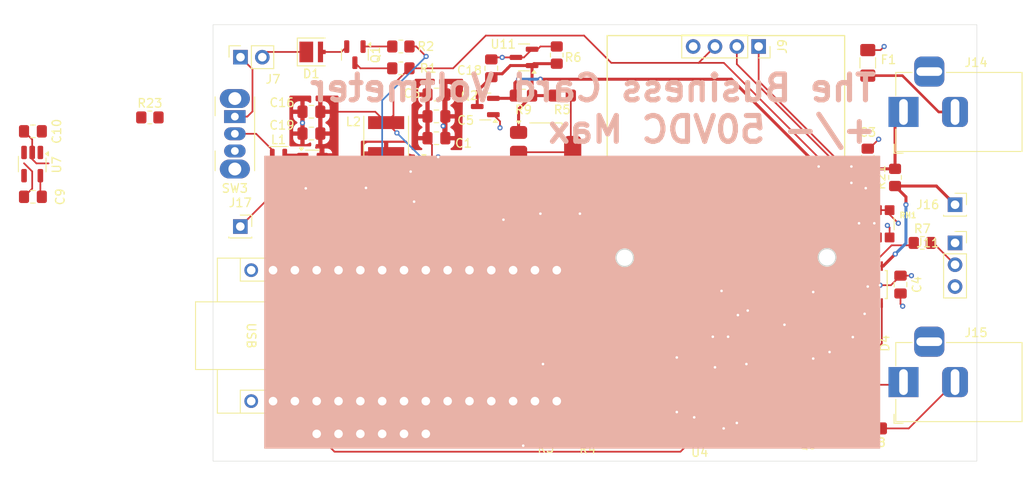
<source format=kicad_pcb>
(kicad_pcb (version 20241229) (generator "pcbnew") (generator_version "9.0")
  (layers (0 "F.Cu" signal) (4 "In1.Cu" signal) (6 "In2.Cu" signal) (2 "B.Cu" signal) (13 "F.Paste" user) (15 "B.Paste" user) (5 "F.SilkS" user "F.Silkscreen") (7 "B.SilkS" user "B.Silkscreen") (1 "F.Mask" user) (3 "B.Mask" user) (25 "Edge.Cuts" user))
  (net 0 "")
  (net 1 "GND")
  (net 2 "Resistor_Input")
  (net 3 "VDD")
  (net 4 "Net-(U7-C1+)")
  (net 5 "Net-(U7-C1-)")
  (net 6 "+9V")
  (net 7 "XIAO Batt Pin")
  (net 8 "/V Ref to ADS-0")
  (net 9 "/R Circuit I Output")
  (net 10 "Net-(D1-A)")
  (net 11 "/ADC-1")
  (net 12 "Net-(F1-Pad1)")
  (net 13 "D7")
  (net 14 "XIAO 5V")
  (net 15 "+3V3")
  (net 16 "D10~")
  (net 17 "D5~ (IR)")
  (net 18 "D9~")
  (net 19 "CS")
  (net 20 "MOSI")
  (net 21 "CLK")
  (net 22 "MISO")
  (net 23 "A0{slash}D14")
  (net 24 "SCL")
  (net 25 "A1{slash}D15")
  (net 26 "D3~")
  (net 27 "SDA")
  (net 28 "D6~")
  (net 29 "A2{slash}D16")
  (net 30 "+BATT")
  (net 31 "SDA-5V")
  (net 32 "SCL-5V")
  (net 33 "Net-(J11-Pin_2)")
  (net 34 "V_Input_REF")
  (net 35 "V_Input_Float")
  (net 36 "/R into ADS")
  (net 37 "ADS_ADDR")
  (net 38 "Net-(U9-SW)")
  (net 39 "Net-(Q1-B)")
  (net 40 "Net-(Q1-C)")
  (net 41 "Net-(Q2-G)")
  (net 42 "/Driver_U4_Out_A")
  (net 43 "A3{slash}D17")
  (net 44 "+VSW")
  (net 45 "Net-(U1-VO)")
  (net 46 "I_Input")
  (net 47 "/Uno5vPin")
  (net 49 "ADS_ALERT")
  (net 51 "/Driver_U2_Out_B")
  (net 54 "/Driver_U4_In_B")
  (net 57 "/Driver_U4_Out_B")
  (net 70 "Net-(Q8-S)")
  (net 71 "Net-(U5-EN)")
  (net 72 "Net-(U5-SW)")
  (net 73 "Net-(U5-FB)")
  (footprint "Connector_BarrelJack:BarrelJack_Horizontal" (layer "F.Cu") (at 207.36 86.36 180)
    (property "Reference" "J14")
    (property "Value" "Barrel_Jack")
  )
  (footprint "Connector_PinSocket_2.54mm:PinSocket_1x03_P2.54mm_Vertical" (layer "F.Cu") (at 213.36 101.6)
    (property "Reference" "J11")
    (property "Value" "I_Input")
  )
  (footprint "Resistor_SMD:R_0805_2012Metric_Pad1.20x1.40mm_HandSolder" (layer "F.Cu") (at 202.835 118.11 180)
    (property "Reference" "R17")
    (property "Value" "499.0K")
  )
  (footprint "Package_SO:SOIC-8_3.9x4.9mm_P1.27mm" (layer "F.Cu") (at 165.354 98.806 180)
    (property "Reference" "U2")
    (property "Value" "IX4426N")
  )
  (footprint "Capacitor_SMD:C_0805_2012Metric_Pad1.18x1.45mm_HandSolder" (layer "F.Cu") (at 138.45 88.875 180)
    (property "Reference" "C19")
    (property "Value" "22uF")
  )
  (footprint "Resistor_SMD:R_0805_2012Metric_Pad1.20x1.40mm_HandSolder" (layer "F.Cu") (at 147.1 95.5 180)
    (property "Reference" "R10")
    (property "Value" "71.5k")
  )
  (footprint "Connector_BarrelJack:BarrelJack_Horizontal" (layer "F.Cu") (at 207.36 117.7975 180)
    (property "Reference" "J15")
    (property "Value" "Barrel_Jack")
  )
  (footprint "Resistor_SMD:R_0805_2012Metric_Pad1.20x1.40mm_HandSolder" (layer "F.Cu") (at 195.58 116.84 180)
    (property "Reference" "R27")
    (property "Value" "4.7K")
  )
  (footprint "Resistor_SMD:R_0805_2012Metric_Pad1.20x1.40mm_HandSolder" (layer "F.Cu") (at 168.4 123.8)
    (property "Reference" "R4")
    (property "Value" "100K")
  )
  (footprint "Capacitor_SMD:C_0805_2012Metric_Pad1.18x1.45mm_HandSolder" (layer "F.Cu") (at 106.037499 88.615 180)
    (property "Reference" "C10")
    (property "Value" "4.7uF")
  )
  (footprint "Jumper:SolderJumper-2_P1.3mm_Bridged_Pad1.0x1.5mm" (layer "F.Cu") (at 198.755 108.585 -90)
    (property "Reference" "JP6")
    (property "Value" "Jumper_2_Bridged")
  )
  (footprint "Package_TO_SOT_SMD:SOT-23-5" (layer "F.Cu") (at 138.5825 92.365)
    (property "Reference" "U9")
    (property "Value" "TPS613222ADBV")
  )
  (footprint "Resistor_SMD:R_0805_2012Metric_Pad1.20x1.40mm_HandSolder" (layer "F.Cu") (at 167.64 84.455 180)
    (property "Reference" "R5")
    (property "Value" "62.0")
  )
  (footprint "Resistor_SMD:R_0805_2012Metric_Pad1.20x1.40mm_HandSolder" (layer "F.Cu") (at 163.83 123.7)
    (property "Reference" "R3")
    (property "Value" "22K")
  )
  (footprint "Resistor_SMD:R_0805_2012Metric_Pad1.20x1.40mm_HandSolder" (layer "F.Cu") (at 206.375 93.98 90)
    (property "Reference" "R21")
    (property "Value" "0")
  )
  (footprint "Resistor_SMD:R_0805_2012Metric_Pad1.20x1.40mm_HandSolder" (layer "F.Cu") (at 203.835 123.19 180)
    (property "Reference" "R18")
    (property "Value" "499.0K")
  )
  (footprint "Diode_SMD:D_SOD-123" (layer "F.Cu") (at 199.39 114.555 90)
    (property "Reference" "D5")
    (property "Value" "D_Schottky")
  )
  (footprint "Capacitor_SMD:C_0805_2012Metric_Pad1.18x1.45mm_HandSolder" (layer "F.Cu") (at 203.2 91.6725 90)
    (property "Reference" "C3")
    (property "Value" "2.2uF")
  )
  (footprint "Capacitor_SMD:C_0805_2012Metric_Pad1.18x1.45mm_HandSolder" (layer "F.Cu") (at 159.385 81.28 90)
    (property "Reference" "C18")
    (property "Value" "1uF")
  )
  (footprint "Button_Switch_THT:SW_Slide_SPDT_Angled_CK_OS102011MA1Q" (layer "F.Cu") (at 129.54 86.9 -90)
    (property "Reference" "SW3")
    (property "Value" "SW_SPDT")
  )
  (footprint "Capacitor_SMD:C_0805_2012Metric_Pad1.18x1.45mm_HandSolder" (layer "F.Cu") (at 138.45 86.335 180)
    (property "Reference" "C16")
    (property "Value" "22uF")
  )
  (footprint "Button_Switch_SMD:SW_SPST_CK_RS282G05A3" (layer "F.Cu") (at 177.075 122.625)
    (property "Reference" "SW4")
    (property "Value" "SW_Push")
  )
  (footprint "Resistor_SMD:R_0805_2012Metric_Pad1.20x1.40mm_HandSolder" (layer "F.Cu") (at 148.37 99.945 90)
    (property "Reference" "R8")
    (property "Value" "732k")
  )
  (footprint "Capacitor_SMD:C_0805_2012Metric_Pad1.18x1.45mm_HandSolder" (layer "F.Cu") (at 135.275 95.225)
    (property "Reference" "C15")
    (property "Value" "4.7uF")
  )
  (footprint "Package_TO_SOT_SMD:SOT-23-5_HandSoldering" (layer "F.Cu") (at 105.954999 92.425 -90)
    (property "Reference" "U7")
    (property "Value" "MAX1683")
  )
  (footprint "Capacitor_SMD:C_0805_2012Metric_Pad1.18x1.45mm_HandSolder" (layer "F.Cu") (at 153 86.872)
    (property "Reference" "C5")
    (property "Value" "1uF")
  )
  (footprint "Package_SO:TSSOP-10_3x3mm_P0.5mm" (layer "F.Cu") (at 203.835 106.4475 90)
    (property "Reference" "U3")
    (property "Value" "ADS1115IDGS")
  )
  (footprint "Resistor_SMD:R_0805_2012Metric_Pad1.20x1.40mm_HandSolder" (layer "F.Cu") (at 163.13 84.455 180)
    (property "Reference" "R9")
    (property "Value" "22.0K")
  )
  (footprint "Capacitor_SMD:C_0805_2012Metric_Pad1.18x1.45mm_HandSolder" (layer "F.Cu") (at 106.037499 96.235)
    (property "Reference" "C9")
    (property "Value" "4.7uF")
  )
  (footprint "Resistor_SMD:R_0805_2012Metric_Pad1.20x1.40mm_HandSolder" (layer "F.Cu") (at 148.86 78.74 180)
    (property "Reference" "R2")
    (property "Value" "1K")
  )
  (footprint "Inductor_SMD:L_Murata_DFE201610P" (layer "F.Cu") (at 134.62 91.44)
    (property "Reference" "L1")
    (property "Value" "2.2uH")
  )
  (footprint "Capacitor_SMD:C_0805_2012Metric_Pad1.18x1.45mm_HandSolder" (layer "F.Cu") (at 207.01 106.4475 90)
    (property "Reference" "C4")
    (property "Value" "0.1uF")
  )
  (footprint "Package_TO_SOT_SMD:SOT-223-3_TabPin2" (layer "F.Cu") (at 165.71 91.045)
    (property "Reference" "U1")
    (property "Value" "LM317_TO-220")
  )
  (footprint "Fuse:Fuse_1206_3216Metric_Pad1.42x1.75mm_HandSolder" (layer "F.Cu") (at 203.2 80.645 90)
    (property "Reference" "F1")
    (property "Value" "Fuse")
  )
  (footprint "Connector_PinSocket_2.54mm:PinSocket_1x04_P2.54mm_Vertical" (layer "F.Cu") (at 190.5 78.74 -90)
    (property "Reference" "J9")
    (property "Value" "Out to Screen")
  )
  (footprint "Capacitor_SMD:C_0805_2012Metric_Pad1.18x1.45mm_HandSolder" (layer "F.Cu") (at 153 89.412)
    (property "Reference" "C1")
    (property "Value" "1uF")
  )
  (footprint "Resistor_SMD:R_0805_2012Metric_Pad1.20x1.40mm_HandSolder" (layer "F.Cu") (at 167.005 79.74 -90)
    (property "Reference" "R6")
    (property "Value" "330.0")
  )
  (footprint "Capacitor_SMD:C_0805_2012Metric_Pad1.18x1.45mm_HandSolder" (layer "F.Cu") (at 153 84.332)
    (property "Reference" "C6")
    (property "Value" "1uF")
  )
  (footprint "Library:RESCAXS127P508X320X70-8N" (layer "F.Cu") (at 203.735 99.375 90)
    (property "Reference" "RN1")
    (property "Value" "1K x4")
  )
  (footprint "Connector_PinSocket_2.54mm:PinSocket_1x01_P2.54mm_Vertical" (layer "F.Cu") (at 213.36 97.155)
    (property "Reference" "J16")
    (property "Value" "Conn_01x01_Socket")
  )
  (footprint "Package_SO:SOIC-8_3.9x4.9mm_P1.27mm" (layer "F.Cu") (at 187.26 122.555)
    (property "Reference" "U4")
    (property "Value" "IX4426N")
  )
  (footprint "LED_SMD:LED_Luminus_MP-3030-1100_3.0x3.0mm" (layer "F.Cu") (at 138.43 79.375)
    (property "Reference" "D1")
    (property "Value" "LED")
  )
  (footprint "Button_Switch_SMD:SW_SPST_CK_RS282G05A3" (layer "F.Cu") (at 177.075 117.475)
    (property "Reference" "SW2")
    (property "Value" "SW_Push")
  )
  (footprint "Module:Arduino_Nano" (layer "F.Cu") (at 167.005 104.775 -90)
    (property "Reference" "A1")
    (property "Value" "Arduino_Nano_ESP32")
  )
  (footprint "Package_TO_SOT_SMD:SOT-23" (layer "F.Cu") (at 163.195 80.01 180)
    (property "Reference" "U11")
    (property "Value" "LM4040DBZ-5")
  )
  (footprint "Capacitor_SMD:C_0805_2012Metric_Pad1.18x1.45mm_HandSolder" (layer "F.Cu") (at 152.75 96.778 180)
    (property "Reference" "C2")
    (property "Value" "4.7uF")
  )
  (footprint "Button_Switch_SMD:SW_SPST_CK_RS282G05A3" (layer "F.Cu") (at 177.075 112.325)
    (property "Reference" "SW1")
    (property "Value" "SW_Push")
  )
  (footprint "Resistor_SMD:R_0805_2012Metric_Pad1.20x1.40mm_HandSolder" (layer "F.Cu") (at 209.55 101.6)
    (property "Reference" "R7")
    (property "Value" "0")
  )
  (footprint "Package_TO_SOT_SMD:SOT-23" (layer "F.Cu") (at 187.071 117.16 90)
    (property "Reference" "Q6")
    (property "Value" "BSS138")
  )
  (footprint "Connector_PinSocket_2.54mm:PinSocket_1x06_P2.54mm_Vertical" (layer "F.Cu") (at 151.765 123.825 -90)
    (property "Reference" "J2")
    (property "Value" "MicoSD")
  )
  (footprint "Library:RESCAXS127P508X320X70-8N" (layer "F.Cu") (at 187.071 112.588 90)
    (property "Reference" "RN2")
    (property "Value" "10k x4")
  )
  (footprint "Resistor_SMD:R_0805_2012Metric_Pad1.20x1.40mm_HandSolder" (layer "F.Cu") (at 200.025 121.92 90)
    (property "Reference" "R14")
    (property "Value" "22.0K")
  )
  (footprint "Diode_SMD:D_SOD-123" (layer "F.Cu") (at 203.2 113.285 -90)
    (property "Reference" "D4")
    (property "Value" "D_Schottky")
  )
  (footprint "Package_TO_SOT_SMD:SOT-23" (layer "F.Cu") (at 193.36 123.5225 90)
    (property "Reference" "Q8")
    (property "Value" "AO3400A MOSFET")
  )
  (footprint "Connector_PinSocket_2.54mm:PinSocket_1x02_P2.54mm_Vertical" (layer "F.Cu") (at 130.195 79.985 90)
    (property "Reference" "J7")
    (property "Value" "Conn_01x02_Pin")
  )
  (footprint "Capacitor_SMD:C_0805_2012Metric_Pad1.18x1.45mm_HandSolder" (layer "F.Cu") (at 194.5425 109.54)
    (property "Reference" "C17")
    (property "Value" "0.1uF")
  )
  (footprint "Package_TO_SOT_SMD:SOT-23" (layer "F.Cu") (at 143.51 79.69 -90)
    (property "Reference" "Q1")
    (property "Value" "MMBT3904")
  )
  (footprint "Resistor_SMD:R_0805_2012Metric_Pad1.20x1.40mm_HandSolder" (layer "F.Cu") (at 119.65 86.995)
    (property "Reference" "R23")
    (property "Value" "0")
  )
  (footprint "Package_TO_SOT_SMD:SOT-23-6_Handsoldering" (layer "F.Cu") (at 152.75 93.218)
    (property "Reference" "U5")
    (property "Value" "TLV61046ADBVR")
  )
  (footprint "Resistor_SMD:R_0805_2012Metric_Pad1.20x1.40mm_HandSolder" (layer "F.Cu") (at 195.58 120.285 180)
    (property "Reference" "R24")
    (property "Value" "1.0M")
  )
  (footprint "Package_TO_SOT_SMD:SOT-23" (layer "F.Cu") (at 158.685 85.725 180)
    (property "Reference" "Q2")
    (property "Value" "AO3400A")
  )
  (footprint "Package_TO_SOT_SMD:SOT-23" (layer "F.Cu") (at 187.137 107.9375 90)
    (property "Reference" "Q7")
    (property "Value" "BSS138")
  )
  (footprint "Package_TO_SOT_SMD:SOT-23" (layer "F.Cu") (at 194.63 113.6525 -90)
    (property "Reference" "U10")
    (property "Value" "LM4040DBZ-2.5")
  )
  (footprint "Resistor_SMD:R_0805_2012Metric_Pad1.20x1.40mm_HandSolder" (layer "F.Cu") (at 148.86 81.28)
    (property "Reference" "R1")
    (property "Value" "500")
  )
  (footprint "Inductor_SMD:L_Taiyo-Yuden_MD-5050" (layer "F.Cu") (at 147.147 89.4 -90)
    (property "Reference" "L2")
    (property "Value" "22uH")
  )
  (footprint "Connector_PinSocket_2.54mm:PinSocket_1x01_P2.54mm_Vertical" (layer "F.Cu") (at 130.175 99.695)
    (property "Reference" "J17")
    (property "Value" "Conn_01x01_Socket")
  )
  (gr_rect (start 172.870337 77.47) (end 200.509663 105.360253) (stroke (width 0.15)) (fill no) (layer "F.SilkS"))
  (gr_rect (start 133 91.5) (end 204.6 125.5) (stroke (width 0.1)) (fill no) (layer "B.SilkS"))
  (gr_circle (center 198.464963 103.278471) (end 199.468126 103.474897) (stroke (width 0.15)) (fill no) (layer "Edge.Cuts"))
  (gr_circle (center 174.917783 103.327299) (end 175.920946 103.523725) (stroke (width 0.15)) (fill no) (layer "Edge.Cuts"))
  (gr_rect (start 127 76.2) (end 215.9 127) (stroke (width 0.05)) (fill no) (layer "Edge.Cuts"))
  (gr_text "The Business Card Voltmeter\n+/- 50VDC Max\n" (at 204.47 90.17 0) (layer "B.SilkS") (effects (font (size 3 3) (thickness 0.6) (bold yes)) (justify left bottom mirror)))
  (segment (start 162.83 124.93) (end 163.1 125.2) (width 0.2) (layer "F.Cu") (net 1))
  (segment (start 153.7875 86.872) (end 153.7875 88) (width 0.2) (layer "F.Cu") (net 1))
  (segment (start 151.7125 96.778) (end 150.422 96.778) (width 0.2) (layer "F.Cu") (net 1))
  (segment (start 150 93.3) (end 150.368 93.3) (width 0.2) (layer "F.Cu") (net 1))
  (segment (start 198.755 114.3) (end 198.755 113.54) (width 0.2) (layer "F.Cu") (net 1))
  (segment (start 137.445 92.365) (end 137.445 93.315) (width 0.2) (layer "F.Cu") (net 1))
  (segment (start 203.37 90.635) (end 204.47 89.535) (width 0.2) (layer "F.Cu") (net 1))
  (segment (start 203.2 79.1575) (end 204.6875 79.1575) (width 0.2) (layer "F.Cu") (net 1))
  (segment (start 146.1 95.5) (end 145.1 95.5) (width 0.2) (layer "F.Cu") (net 1))
  (segment (start 150.422 96.778) (end 150.4 96.8) (width 0.2) (layer "F.Cu") (net 1))
  (segment (start 198.755 113.54) (end 199.39 112.905) (width 0.2) (layer "F.Cu") (net 1))
  (segment (start 137.795 94.4425) (end 137.445 94.0925) (width 0.2) (layer "F.Cu") (net 1))
  (segment (start 197.47 107.935) (end 196.85 107.315) (width 0.2) (layer "F.Cu") (net 1))
  (segment (start 193.505 109.855) (end 193.505 111.125) (width 0.2) (layer "F.Cu") (net 1))
  (segment (start 137.4125 87.63) (end 137.4125 88.875) (width 0.2) (layer "F.Cu") (net 1))
  (segment (start 137.4125 86.335) (end 137.4125 87.63) (width 0.2) (layer "F.Cu") (net 1))
  (segment (start 162.2575 80.01) (end 163.1825 80.01) (width 0.2) (layer "F.Cu") (net 1))
  (segment (start 180.975 112.325) (end 180.975 114.935) (width 0.2) (layer "F.Cu") (net 1))
  (segment (start 202.835 109.855) (end 203.2 109.855) (width 0.2) (layer "F.Cu") (net 1))
  (segment (start 137.795 95.25) (end 136.3375 95.25) (width 0.2) (layer "F.Cu") (net 1))
  (segment (start 160.655 80.01) (end 159.6175 80.01) (width 0.2) (layer "F.Cu") (net 1))
  (segment (start 137.855 79.375) (end 133.345 79.375) (width 0.2) (layer "F.Cu") (net 1))
  (segment (start 137.445 94.0925) (end 137.445 93.315) (width 0.2) (layer "F.Cu") (net 1))
  (segment (start 133.345 79.375) (end 132.735 79.985) (width 0.2) (layer "F.Cu") (net 1))
  (segment (start 165.105 78.74) (end 167.005 78.74) (width 0.2) (layer "F.Cu") (net 1))
  (segment (start 184.785 123.19) (end 186.43 123.19) (width 0.2) (layer "F.Cu") (net 1))
  (segment (start 153.7875 88) (end 153.7875 89.412) (width 0.2) (layer "F.Cu") (net 1))
  (segment (start 107.074999 90.905) (end 106.904999 91.075) (width 0.2) (layer "F.Cu") (net 1))
  (segment (start 180.975 114.935) (end 180.975 117.475) (width 0.2) (layer "F.Cu") (net 1))
  (segment (start 164.785 79.06) (end 165.105 78.74) (width 0.2) (layer "F.Cu") (net 1))
  (segment (start 203.2 90.635) (end 203.37 90.635) (width 0.2) (layer "F.Cu") (net 1))
  (segment (start 207.01 107.485) (end 207.01 108.712) (width 0.2) (layer "F.Cu") (net 1))
  (segment (start 137.795 95.25) (end 137.795 94.4425) (width 0.2) (layer "F.Cu") (net 1))
  (segment (start 136.3375 95.25) (end 136.3125 95.225) (width 0.2) (layer "F.Cu") (net 1))
  (segment (start 204.6875 79.1575) (end 205.105 78.74) (width 0.2) (layer "F.Cu") (net 1))
  (segment (start 160.655 80.01) (end 162.2575 80.01) (width 0.2) (layer "F.Cu") (net 1))
  (segment (start 180.975 122.625) (end 180.975 121.285) (width 0.2) (layer "F.Cu") (net 1))
  (segment (start 162.83 123.825) (end 162.83 124.93) (width 0.2) (layer "F.Cu") (net 1))
  (segment (start 194.63 113.665) (end 193.68 112.715) (width 0.2) (layer "F.Cu") (net 1))
  (segment (start 150.45 93.218) (end 151.4 93.218) (width 0.2) (layer "F.Cu") (net 1))
  (segment (start 153.7875 86.872) (end 153.7875 84.332) (width 0.2) (layer "F.Cu") (net 1))
  (segment (start 145.1 95.5) (end 144.8 95.2) (width 0.2) (layer "F.Cu") (net 1))
  (segment (start 207.01 108.712) (end 207.264 108.966) (width 0.2) (layer "F.Cu") (net 1))
  (segment (start 163.1825 80.01) (end 164.1325 79.06) (width 0.2) (layer "F.Cu") (net 1))
  (segment (start 167.829 98.171) (end 169.671 98.171) (width 0.2) (layer "F.Cu") (net 1))
  (segment (start 164.1325 79.06) (end 164.785 79.06) (width 0.2) (layer "F.Cu") (net 1))
  (segment (start 203.835 109.22) (end 203.835 108.5975) (width 0.2) (layer "F.Cu") (net 1))
  (segment (start 193.505 112.855) (end 193.68 113.03) (width 0.2) (layer "F.Cu") (net 1))
  (segment (start 169.671 98.171) (end 169.7 98.2) (width 0.2) (layer "F.Cu") (net 1))
  (segment (start 150.368 93.3) (end 150.45 93.218) (width 0.2) (layer "F.Cu") (net 1))
  (segment (start 193.505 111.125) (end 193.505 112.855) (width 0.2) (layer "F.Cu") (net 1))
  (segment (start 194.63 113.665) (end 194.63 114.59) (width 0.2) (layer "F.Cu") (net 1))
  (segment (start 198.755 107.935) (end 197.47 107.935) (width 0.2) (layer "F.Cu") (net 1))
  (segment (start 203.2 109.855) (end 203.835 109.22) (width 0.2) (layer "F.Cu") (net 1))
  (segment (start 159.6175 80.01) (end 159.385 80.2425) (width 0.2) (layer "F.Cu") (net 1))
  (via (at 196.85 107.315) (size 0.6) (drill 0.3) (layers "F.Cu" "B.Cu") (net 1))
  (via (at 205.105 78.74) (size 0.6) (drill 0.3) (layers "F.Cu" "B.Cu") (net 1))
  (via (at 169.7 98.2) (size 0.6) (drill 0.3) (layers "F.Cu" "B.Cu") (net 1))
  (via (at 144.8 95.2) (size 0.6) (drill 0.3) (layers "F.Cu" "B.Cu") (net 1))
  (via (at 150 93.3) (size 0.6) (drill 0.3) (layers "F.Cu" "B.Cu") (net 1))
  (via (at 137.4125 87.63) (size 0.6) (drill 0.3) (layers "F.Cu" "B.Cu") (net 1))
  (via (at 180.975 121.285) (size 0.6) (drill 0.3) (layers "F.Cu" "B.Cu") (net 1))
  (via (at 198.755 114.3) (size 0.6) (drill 0.3) (layers "F.Cu" "B.Cu") (net 1))
  (via (at 202.835 109.855) (size 0.6) (drill 0.3) (layers "F.Cu" "B.Cu") (net 1))
  (via (at 180.975 114.935) (size 0.6) (drill 0.3) (layers "F.Cu" "B.Cu") (net 1))
  (via (at 160.655 80.01) (size 0.6) (drill 0.3) (layers "F.Cu" "B.Cu") (net 1))
  (via (at 163.1 125.2) (size 0.6) (drill 0.3) (layers "F.Cu" "B.Cu") (net 1))
  (via (at 193.505 111.125) (size 0.6) (drill 0.3) (layers "F.Cu" "B.Cu") (net 1))
  (via (at 186.43 123.19) (size 0.6) (drill 0.3) (layers "F.Cu" "B.Cu") (net 1))
  (via (at 137.795 95.25) (size 0.6) (drill 0.3) (layers "F.Cu" "B.Cu") (net 1))
  (via (at 207.264 108.966) (size 0.6) (drill 0.3) (layers "F.Cu" "B.Cu") (net 1))
  (via (at 150.4 96.8) (size 0.6) (drill 0.3) (layers "F.Cu" "B.Cu") (net 1))
  (via (at 153.7875 88) (size 0.6) (drill 0.3) (layers "F.Cu" "B.Cu") (net 1))
  (via (at 204.47 89.535) (size 0.6) (drill 0.3) (layers "F.Cu" "B.Cu") (net 1))
  (segment (start 162.56 82.55) (end 162.13 82.98) (width 0.35) (layer "F.Cu") (net 2))
  (segment (start 162.13 82.98) (end 162.13 84.455) (width 0.35) (layer "F.Cu") (net 2))
  (segment (start 161.81 84.775) (end 162.13 84.455) (width 0.2) (layer "F.Cu") (net 2))
  (segment (start 206.375 92.98) (end 206.375 87.345) (width 0.35) (layer "F.Cu") (net 2))
  (segment (start 206.375 92.98) (end 203.47 92.98) (width 0.35) (layer "F.Cu") (net 2))
  (segment (start 187.325 82.55) (end 165.1 82.55) (width 0.35) (layer "F.Cu") (net 2))
  (segment (start 206.375 87.345) (end 207.36 86.36) (width 0.2) (layer "F.Cu") (net 2))
  (segment (start 203.2 92.71) (end 201.295 92.71) (width 0.35) (layer "F.Cu") (net 2))
  (segment (start 203.47 92.98) (end 203.2 92.71) (width 0.35) (layer "F.Cu") (net 2))
  (segment (start 159.6225 84.775) (end 161.81 84.775) (width 0.35) (layer "F.Cu") (net 2))
  (segment (start 197.485 92.71) (end 187.325 82.55) (width 0.35) (layer "F.Cu") (net 2))
  (via (at 165.1 82.55) (size 0.6) (drill 0.3) (layers "F.Cu" "B.Cu") (net 2))
  (via (at 162.56 82.55) (size 0.6) (drill 0.3) (layers "F.Cu" "B.Cu") (net 2))
  (via (at 201.295 92.71) (size 0.6) (drill 0.3) (layers "F.Cu" "B.Cu") (net 2))
  (via (at 197.485 92.71) (size 0.6) (drill 0.3) (layers "F.Cu" "B.Cu") (net 2))
  (segment (start 165.1 82.55) (end 162.56 82.55) (width 0.35) (layer "B.Cu") (net 2))
  (segment (start 197.485 92.71) (end 201.295 92.71) (width 0.35) (layer "B.Cu") (net 2))
  (segment (start 186.436 114.178) (end 186.436 113.03) (width 0.2) (layer "F.Cu") (net 3))
  (segment (start 185.066 114.178) (end 186.436 114.178) (width 0.2) (layer "F.Cu") (net 3))
  (segment (start 153.868 92.268) (end 154.1 92.268) (width 0.2) (layer "F.Cu") (net 3))
  (segment (start 185.42 78.74) (end 183.515 80.645) (width 0.2) (layer "F.Cu") (net 3))
  (segment (start 203.1 97.296392) (end 203.1 97.785) (width 0.2) (layer "F.Cu") (net 3))
  (segment (start 196.58 115.332) (end 196.85 115.062) (width 0.2) (layer "F.Cu") (net 3))
  (segment (start 139.4875 88.875) (end 139.4875 91.1825) (width 0.2) (layer "F.Cu") (net 3))
  (segment (start 186.448608 80.645) (end 203.1 97.296392) (width 0.2) (layer "F.Cu") (net 3))
  (segment (start 147.2 87.6) (end 147.147 87.6) (width 0.2) (layer "F.Cu") (net 3))
  (segment (start 183.515 80.645) (end 173.355 80.645) (width 0.2) (layer "F.Cu") (net 3))
  (segment (start 196.58 116.84) (end 196.58 115.332) (width 0.2) (layer "F.Cu") (net 3))
  (segment (start 139.4875 91.1825) (end 139.72 91.415) (width 0.2) (layer "F.Cu") (net 3))
  (segment (start 203.835 105.733) (end 204.626 106.524) (width 0.2) (layer "F.Cu") (net 3))
  (segment (start 139.72 91.415) (end 139.72 93.315) (width 0.2) (layer "F.Cu") (net 3))
  (segment (start 154.94 81.28) (end 149.86 81.28) (width 0.2) (layer "F.Cu") (net 3))
  (segment (start 170.18 77.47) (end 158.75 77.47) (width 0.2) (layer "F.Cu") (net 3))
  (segment (start 148 86.747) (end 148 83.14) (width 0.2) (layer "F.Cu") (net 3))
  (segment (start 147.147 87.6) (end 148 86.747) (width 0.2) (layer "F.Cu") (net 3))
  (segment (start 205.896 106.524) (end 207.01 105.41) (width 0.2) (layer "F.Cu") (net 3))
  (segment (start 153.2 91.6) (end 153.868 92.268) (width 0.2) (layer "F.Cu") (net 3))
  (segment (start 204.626 106.524) (end 205.896 106.524) (width 0.2) (layer "F.Cu") (net 3))
  (segment (start 196.58 116.84) (end 197.18 116.84) (width 0.2) (layer "F.Cu") (net 3))
  (segment (start 202.385 111.635) (end 203.2 111.635) (width 0.2) (layer "F.Cu") (net 3))
  (segment (start 205.74 98.298) (end 206.756 99.314) (width 0.2) (layer "F.Cu") (net 3))
  (segment (start 197.18 116.84) (end 201.46 112.56) (width 0.2) (layer "F.Cu") (net 3))
  (segment (start 201.46 112.56) (end 202.385 111.635) (width 0.2) (layer "F.Cu") (net 3))
  (segment (start 148 83.14) (end 149.86 81.28) (width 0.2) (layer "F.Cu") (net 3))
  (segment (start 145.882 86.335) (end 147.147 87.6) (width 0.2) (layer "F.Cu") (net 3))
  (segment (start 207.01 105.41) (end 208.28 105.41) (width 0.2) (layer "F.Cu") (net 3))
  (segment (start 173.355 80.645) (end 170.18 77.47) (width 0.2) (layer "F.Cu") (net 3))
  (segment (start 139.4875 86.335) (end 145.882 86.335) (width 0.2) (layer "F.Cu") (net 3))
  (segment (start 158.75 77.47) (end 154.94 81.28) (width 0.2) (layer "F.Cu") (net 3))
  (segment (start 139.4875 86.335) (end 139.4875 88.875) (width 0.2) (layer "F.Cu") (net 3))
  (segment (start 203.1 97.785) (end 205.74 97.785) (width 0.2) (layer "F.Cu") (net 3))
  (segment (start 148.4 88.8) (end 147.2 87.6) (width 0.2) (layer "F.Cu") (net 3))
  (segment (start 205.74 97.785) (end 205.74 98.298) (width 0.2) (layer "F.Cu") (net 3))
  (segment (start 183.515 80.645) (end 186.448608 80.645) (width 0.2) (layer "F.Cu") (net 3))
  (segment (start 186.436 113.03) (end 186.944 112.522) (width 0.2) (layer "F.Cu") (net 3))
  (segment (start 203.835 104.2975) (end 203.835 105.733) (width 0.2) (layer "F.Cu") (net 3))
  (via (at 204.626 106.524) (size 0.6) (drill 0.3) (layers "F.Cu" "B.Cu") (net 3))
  (via (at 208.28 105.41) (size 0.6) (drill 0.3) (layers "F.Cu" "B.Cu") (net 3))
  (via (at 206.756 99.314) (size 0.6) (drill 0.3) (layers "F.Cu" "B.Cu") (net 3))
  (via (at 201.46 112.56) (size 0.6) (drill 0.3) (layers "F.Cu" "B.Cu") (net 3))
  (via (at 153.2 91.6) (size 0.6) (drill 0.3) (layers "F.Cu" "B.Cu") (net 3))
  (via (at 196.85 115.062) (size 0.6) (drill 0.3) (layers "F.Cu" "B.Cu") (net 3))
  (via (at 186.944 112.522) (size 0.6) (drill 0.3) (layers "F.Cu" "B.Cu") (net 3))
  (via (at 148.4 88.8) (size 0.6) (drill 0.3) (layers "F.Cu" "B.Cu") (net 3))
  (segment (start 148.4 88.8) (end 151.2 91.6) (width 0.2) (layer "B.Cu") (net 3))
  (segment (start 201.46 109.69) (end 201.46 112.56) (width 0.2) (layer "B.Cu") (net 3))
  (segment (start 186.944 112.522) (end 194.31 112.522) (width 0.2) (layer "B.Cu") (net 3))
  (segment (start 204.626 106.524) (end 201.46 109.69) (width 0.2) (layer "B.Cu") (net 3))
  (segment (start 194.31 112.522) (end 196.85 115.062) (width 0.2) (layer "B.Cu") (net 3))
  (segment (start 151.2 91.6) (end 153.2 91.6) (width 0.2) (layer "B.Cu") (net 3))
  (segment (start 106.904999 93.775) (end 106.904999 96.065) (width 0.2) (layer "F.Cu") (net 4))
  (segment (start 106.904999 96.065) (end 107.074999 96.235) (width 0.2) (layer "F.Cu") (net 4))
  (segment (start 105.954999 95.28) (end 104.999999 96.235) (width 0.2) (layer "F.Cu") (net 5))
  (segment (start 105.004999 92.33501) (end 105.954999 93.28501) (width 0.2) (layer "F.Cu") (net 5))
  (segment (start 105.954999 93.28501) (end 105.954999 95.28) (width 0.2) (layer "F.Cu") (net 5))
  (segment (start 154.918 93.218) (end 154.1 93.218) (width 0.2) (layer "F.Cu") (net 6))
  (segment (start 149.6205 100.945) (end 148.37 100.945) (width 0.2) (layer "F.Cu") (net 6))
  (segment (start 107.859999 92.345) (end 106.445 92.345) (width 0.2) (layer "F.Cu") (net 6))
  (segment (start 155.181 93.481) (end 154.918 93.218) (width 0.2) (layer "F.Cu") (net 6))
  (segment (start 165.071 98.171) (end 165.1 98.2) (width 0.2) (layer "F.Cu") (net 6))
  (segment (start 189.735 123.19) (end 188.595 123.19) (width 0.2) (layer "F.Cu") (net 6))
  (segment (start 153.7875 96.778) (end 149.6205 100.945) (width 0.2) (layer "F.Cu") (net 6))
  (segment (start 105.954999 89.57) (end 104.999999 88.615) (width 0.2) (layer "F.Cu") (net 6))
  (segment (start 188.595 123.19) (end 187.96 122.555) (width 0.2) (layer "F.Cu") (net 6))
  (segment (start 153.7875 96.778) (end 155.181 95.3845) (width 0.2) (layer "F.Cu") (net 6))
  (segment (start 162.879 98.171) (end 165.071 98.171) (width 0.2) (layer "F.Cu") (net 6))
  (segment (start 105.954999 91.075) (end 105.954999 89.57) (width 0.2) (layer "F.Cu") (net 6))
  (segment (start 155.181 95.3845) (end 155.181 93.481) (width 0.2) (layer "F.Cu") (net 6))
  (segment (start 105.954999 91.854999) (end 105.954999 91.075) (width 0.2) (layer "F.Cu") (net 6))
  (segment (start 153.7875 96.778) (end 155.1805 98.171) (width 0.2) (layer "F.Cu") (net 6))
  (segment (start 106.445 92.345) (end 105.954999 91.854999) (width 0.2) (layer "F.Cu") (net 6))
  (segment (start 155.1805 98.171) (end 162.879 98.171) (width 0.2) (layer "F.Cu") (net 6))
  (via (at 187.96 122.555) (size 0.6) (drill 0.3) (layers "F.Cu" "B.Cu") (net 6))
  (via (at 165.1 98.2) (size 0.6) (drill 0.3) (layers "F.Cu" "B.Cu") (net 6))
  (segment (start 187.96 122.555) (end 187.96 120.36) (width 0.2) (layer "B.Cu") (net 6))
  (segment (start 165.8 98.2) (end 165.1 98.2) (width 0.2) (layer "B.Cu") (net 6))
  (segment (start 187.96 120.36) (end 165.8 98.2) (width 0.2) (layer "B.Cu") (net 6))
  (segment (start 132.015 88.9) (end 133.895 90.78) (width 0.2) (layer "F.Cu") (net 7))
  (segment (start 133.895 90.78) (end 133.895 94.8825) (width 0.2) (layer "F.Cu") (net 7))
  (segment (start 130.175 99.695) (end 134.2375 95.6325) (width 0.2) (layer "F.Cu") (net 7))
  (segment (start 133.895 94.8825) (end 134.2375 95.225) (width 0.2) (layer "F.Cu") (net 7))
  (segment (start 129.54 88.9) (end 132.015 88.9) (width 0.2) (layer "F.Cu") (net 7))
  (segment (start 134.2375 95.6325) (end 134.2375 95.225) (width 0.2) (layer "F.Cu") (net 7))
  (segment (start 204.335 109.3745) (end 204.335 108.5975) (width 0.2) (layer "F.Cu") (net 8))
  (segment (start 196.314 122.019) (end 201.664 122.019) (width 0.2) (layer "F.Cu") (net 8))
  (segment (start 195.58 112.715) (end 195.58 115.84) (width 0.2) (layer "F.Cu") (net 8))
  (segment (start 196.53 110.49) (end 203.2195 110.49) (width 0.2) (layer "F.Cu") (net 8))
  (segment (start 193.36 122.585) (end 193.36 121.505) (width 0.2) (layer "F.Cu") (net 8))
  (segment (start 201.664 122.019) (end 202.835 123.19) (width 0.2) (layer "F.Cu") (net 8))
  (segment (start 195.58 109.54) (end 196.53 110.49) (width 0.2) (layer "F.Cu") (net 8))
  (segment (start 194.58 120.285) (end 196.314 122.019) (width 0.2) (layer "F.Cu") (net 8))
  (segment (start 194.58 120.285) (end 194.58 116.84) (width 0.2) (layer "F.Cu") (net 8))
  (segment (start 195.58 112.715) (end 195.58 109.54) (width 0.2) (layer "F.Cu") (net 8))
  (segment (start 203.2195 110.49) (end 204.335 109.3745) (width 0.2) (layer "F.Cu") (net 8))
  (segment (start 193.36 121.505) (end 194.58 120.285) (width 0.2) (layer "F.Cu") (net 8))
  (segment (start 195.58 115.84) (end 194.58 116.84) (width 0.2) (layer "F.Cu") (net 8))
  (segment (start 157.7475 83.955) (end 157.7475 85.725) (width 0.35) (layer "F.Cu") (net 9))
  (segment (start 164.13 84.455) (end 164.13 80.9625) (width 0.35) (layer "F.Cu") (net 9))
  (segment (start 161.285 81.285) (end 160.655 81.915) (width 0.35) (layer "F.Cu") (net 9))
  (segment (start 160.655 81.915) (end 160.02 81.915) (width 0.35) (layer "F.Cu") (net 9))
  (segment (start 167.005 80.74) (end 164.3525 80.74) (width 0.35) (layer "F.Cu") (net 9))
  (segment (start 159.6175 82.3175) (end 159.385 82.3175) (width 0.35) (layer "F.Cu") (net 9))
  (segment (start 160.02 81.915) (end 159.6175 82.3175) (width 0.35) (layer "F.Cu") (net 9))
  (segment (start 164.13 84.455) (end 166.64 84.455) (width 0.35) (layer "F.Cu") (net 9))
  (segment (start 164.1325 80.96) (end 161.605 80.96) (width 0.35) (layer "F.Cu") (net 9))
  (segment (start 162.56 88.745) (end 162.56 86.025) (width 0.35) (layer "F.Cu") (net 9))
  (segment (start 161.605 80.96) (end 161.285 81.28) (width 0.35) (layer "F.Cu") (net 9))
  (segment (start 161.285 81.28) (end 161.285 81.285) (width 0.35) (layer "F.Cu") (net 9))
  (segment (start 162.56 86.025) (end 164.13 84.455) (width 0.35) (layer "F.Cu") (net 9))
  (segment (start 164.13 80.9625) (end 164.1325 80.96) (width 0.35) (layer "F.Cu") (net 9))
  (segment (start 164.3525 80.74) (end 164.1325 80.96) (width 0.35) (layer "F.Cu") (net 9))
  (segment (start 159.385 82.3175) (end 157.7475 83.955) (width 0.35) (layer "F.Cu") (net 9))
  (segment (start 142.56 78.7525) (end 141.9375 79.375) (width 0.2) (layer "F.Cu") (net 10))
  (segment (start 141.9375 79.375) (end 139.505 79.375) (width 0.2) (layer "F.Cu") (net 10))
  (segment (start 201.835 118.11) (end 201.835 119.11) (width 0.2) (layer "F.Cu") (net 11))
  (segment (start 200.025 120.92) (end 199.66 120.92) (width 0.2) (layer "F.Cu") (net 11))
  (segment (start 204.835 113.3) (end 203.2 114.935) (width 0.2) (layer "F.Cu") (net 11))
  (segment (start 201.93 116.205) (end 203.2 114.935) (width 0.2) (layer "F.Cu") (net 11))
  (segment (start 201.295 118.11) (end 201.835 118.11) (width 0.2) (layer "F.Cu") (net 11))
  (segment (start 199.66 120.92) (end 199.025 120.285) (width 0.2) (layer "F.Cu") (net 11))
  (segment (start 199.39 116.205) (end 201.93 116.205) (width 0.2) (layer "F.Cu") (net 11))
  (segment (start 199.025 120.285) (end 196.58 120.285) (width 0.2) (layer "F.Cu") (net 11))
  (segment (start 204.835 108.5975) (end 204.835 113.3) (width 0.2) (layer "F.Cu") (net 11))
  (segment (start 199.39 116.205) (end 201.295 118.11) (width 0.2) (layer "F.Cu") (net 11))
  (segment (start 201.835 119.11) (end 200.025 120.92) (width 0.2) (layer "F.Cu") (net 11))
  (segment (start 211.455 86.36) (end 207.2275 82.1325) (width 0.3) (layer "F.Cu") (net 12))
  (segment (start 207.2275 82.1325) (end 203.2 82.1325) (width 0.3) (layer "F.Cu") (net 12))
  (segment (start 213.36 86.36) (end 211.455 86.36) (width 0.3) (layer "F.Cu") (net 12))
  (segment (start 146.32 102.6) (end 144.145 104.775) (width 0.2) (layer "F.Cu") (net 13))
  (segment (start 167.359 99.441) (end 164.2 102.6) (width 0.2) (layer "F.Cu") (net 13))
  (segment (start 164.2 102.6) (end 146.32 102.6) (width 0.2) (layer "F.Cu") (net 13))
  (segment (start 167.829 99.441) (end 167.359 99.441) (width 0.2) (layer "F.Cu") (net 13))
  (segment (start 186.187 108.875) (end 186.187 107.193) (width 0.2) (layer "F.Cu") (net 15))
  (segment (start 187.706 112.776) (end 187.706 114.178) (width 0.2) (layer "F.Cu") (net 15))
  (segment (start 189.076 110.998) (end 189.076 111.406) (width 0.2) (layer "F.Cu") (net 15))
  (segment (start 133.985 120.015) (end 137.795 123.825) (width 0.2) (layer "F.Cu") (net 15))
  (segment (start 186.187 107.193) (end 186.182 107.188) (width 0.2) (layer "F.Cu") (net 15))
  (segment (start 137.795 123.825) (end 139.065 123.825) (width 0.2) (layer "F.Cu") (net 15))
  (segment (start 187.706 117.033032) (end 186.641532 118.0975) (width 0.2) (layer "F.Cu") (net 15))
  (segment (start 185.6025 118.0975) (end 186.121 118.0975) (width 0.2) (layer "F.Cu") (net 15))
  (segment (start 187.706 114.178) (end 187.706 117.033032) (width 0.2) (layer "F.Cu") (net 15))
  (segment (start 189.076 110.998) (end 189.076 109.628) (width 0.2) (layer "F.Cu") (net 15))
  (segment (start 182.2 121.5) (end 185.6025 118.0975) (width 0.2) (layer "F.Cu") (net 15))
  (segment (start 181.4 125.9) (end 182.2 125.1) (width 0.2) (layer "F.Cu") (net 15))
  (segment (start 189.076 109.628) (end 189.23 109.474) (width 0.2) (layer "F.Cu") (net 15))
  (segment (start 186.641532 118.0975) (end 186.121 118.0975) (width 0.2) (layer "F.Cu") (net 15))
  (segment (start 141.14 125.9) (end 181.4 125.9) (width 0.2) (layer "F.Cu") (net 15))
  (segment (start 189.076 111.406) (end 187.706 112.776) (width 0.2) (layer "F.Cu") (net 15))
  (segment (start 182.2 125.1) (end 182.2 121.5) (width 0.2) (layer "F.Cu") (net 15))
  (segment (start 139.065 123.825) (end 141.14 125.9) (width 0.2) (layer "F.Cu") (net 15))
  (via (at 189.23 109.474) (size 0.6) (drill 0.3) (layers "F.Cu" "B.Cu") (net 15))
  (via (at 186.182 107.188) (size 0.6) (drill 0.3) (layers "F.Cu" "B.Cu") (net 15))
  (segment (start 186.182 107.188) (end 186.944 107.188) (width 0.2) (layer "B.Cu") (net 15))
  (segment (start 186.944 107.188) (end 189.23 109.474) (width 0.2) (layer "B.Cu") (net 15))
  (segment (start 149.225 117.475) (end 136.525 104.775) (width 0.2) (layer "F.Cu") (net 16))
  (segment (start 173.175 117.475) (end 149.225 117.475) (width 0.2) (layer "F.Cu") (net 16))
  (segment (start 160.15 115.7) (end 165.4 115.7) (width 0.2) (layer "F.Cu") (net 17))
  (segment (start 184.785 121.92) (end 183.02 121.92) (width 0.2) (layer "F.Cu") (net 17))
  (segment (start 149.225 104.775) (end 160.15 115.7) (width 0.2) (layer "F.Cu") (net 17))
  (segment (start 183.02 121.92) (end 183 121.9) (width 0.2) (layer "F.Cu") (net 17))
  (via (at 165.4 115.7) (size 0.6) (drill 0.3) (layers "F.Cu" "B.Cu") (net 17))
  (via (at 183 121.9) (size 0.6) (drill 0.3) (layers "F.Cu" "B.Cu") (net 17))
  (segment (start 171.6 121.9) (end 165.4 115.7) (width 0.2) (layer "B.Cu") (net 17))
  (segment (start 183 121.9) (end 171.6 121.9) (width 0.2) (layer "B.Cu") (net 17))
  (segment (start 141.74 102.1) (end 139.065 104.775) (width 0.2) (layer "F.Cu") (net 18))
  (segment (start 166 98.149943) (end 166 99.8) (width 0.2) (layer "F.Cu") (net 18))
  (segment (start 166 99.8) (end 163.7 102.1) (width 0.2) (layer "F.Cu") (net 18))
  (segment (start 167.248943 96.901) (end 166 98.149943) (width 0.2) (layer "F.Cu") (net 18))
  (segment (start 163.7 102.1) (end 141.74 102.1) (width 0.2) (layer "F.Cu") (net 18))
  (segment (start 167.829 96.901) (end 167.248943 96.901) (width 0.2) (layer "F.Cu") (net 18))
  (segment (start 189.076 115.7) (end 189.076 114.178) (width 0.2) (layer "F.Cu") (net 24))
  (segment (start 189.076 117.0425) (end 189.076 115.7) (width 0.2) (layer "F.Cu") (net 24))
  (segment (start 188.021 118.0975) (end 189.076 117.0425) (width 0.2) (layer "F.Cu") (net 24))
  (via (at 189.076 115.7) (size 0.6) (drill 0.3) (layers "F.Cu" "B.Cu") (net 24))
  (segment (start 172.25 121.7) (end 143.29 121.7) (width 0.2) (layer "F.Cu") (net 25))
  (segment (start 173.175 122.625) (end 172.25 121.7) (width 0.2) (layer "F.Cu") (net 25))
  (segment (start 143.29 121.7) (end 141.605 120.015) (width 0.2) (layer "F.Cu") (net 25))
  (segment (start 173.175 112.325) (end 161.855 112.325) (width 0.2) (layer "F.Cu") (net 26))
  (segment (start 161.855 112.325) (end 154.305 104.775) (width 0.2) (layer "F.Cu") (net 26))
  (segment (start 188.087 108.875) (end 188.087 110) (width 0.2) (layer "F.Cu") (net 27))
  (segment (start 188.087 110.617) (end 187.706 110.998) (width 0.2) (layer "F.Cu") (net 27))
  (segment (start 188.087 110) (end 188.087 110.617) (width 0.2) (layer "F.Cu") (net 27))
  (via (at 188.087 110) (size 0.6) (drill 0.3) (layers "F.Cu" "B.Cu") (net 27))
  (segment (start 150.64 78.74) (end 149.86 78.74) (width 0.2) (layer "F.Cu") (net 28))
  (segment (start 151.8 79.9) (end 150.64 78.74) (width 0.2) (layer "F.Cu") (net 28))
  (via (at 151.8 79.9) (size 0.6) (drill 0.3) (layers "F.Cu" "B.Cu") (net 28))
  (segment (start 146.685 85.015) (end 151.8 79.9) (width 0.2) (layer "B.Cu") (net 28))
  (segment (start 146.685 104.775) (end 146.685 85.015) (width 0.2) (layer "B.Cu") (net 28))
  (segment (start 131.591 86.299) (end 131.591 81.381) (width 0.2) (layer "F.Cu") (net 30))
  (segment (start 129.54 86.9) (end 130.99 86.9) (width 0.2) (layer "F.Cu") (net 30))
  (segment (start 130.99 86.9) (end 131.591 86.299) (width 0.2) (layer "F.Cu") (net 30))
  (segment (start 131.591 81.381) (end 130.195 79.985) (width 0.2) (layer "F.Cu") (net 30))
  (segment (start 204.37 99.795) (end 204.37 100.965) (width 0.2) (layer "F.Cu") (net 31))
  (segment (start 186.837001 110.596999) (end 186.436 110.998) (width 0.2) (layer "F.Cu") (net 31))
  (segment (start 203.106817 105.302683) (end 203.335 105.0745) (width 0.2) (layer "F.Cu") (net 31))
  (segment (start 190.279849 105.302683) (end 203.106817 105.302683) (width 0.2) (layer "F.Cu") (net 31))
  (segment (start 186.837001 107.299999) (end 186.837001 110.596999) (width 0.2) (layer "F.Cu") (net 31))
  (segment (start 204.37 102.335) (end 204.37 100.965) (width 0.2) (layer "F.Cu") (net 31))
  (segment (start 186.436 110.998) (end 186.436 110.005468) (width 0.2) (layer "F.Cu") (net 31))
  (segment (start 187.137 108.445532) (end 190.279849 105.302683) (width 0.2) (layer "F.Cu") (net 31))
  (segment (start 203.335 105.0745) (end 203.335 104.2975) (width 0.2) (layer "F.Cu") (net 31))
  (segment (start 202.965529 95.230471) (end 190.5 82.764943) (width 0.2) (layer "F.Cu") (net 31))
  (segment (start 203.962 99.314) (end 203.962 99.387) (width 0.2) (layer "F.Cu") (net 31))
  (segment (start 204.37 100.965) (end 204.37 100.33) (width 0.2) (layer "F.Cu") (net 31))
  (segment (start 203.962 99.387) (end 204.37 99.795) (width 0.2) (layer "F.Cu") (net 31))
  (segment (start 203.335 104.2975) (end 203.335 103.37) (width 0.2) (layer "F.Cu") (net 31))
  (segment (start 203.335 103.37) (end 204.37 102.335) (width 0.2) (layer "F.Cu") (net 31))
  (segment (start 187.137 107) (end 186.837001 107.299999) (width 0.2) (layer "F.Cu") (net 31))
  (segment (start 186.436 110.005468) (end 187.137 109.304468) (width 0.2) (layer "F.Cu") (net 31))
  (segment (start 190.5 82.764943) (end 190.5 78.74) (width 0.2) (layer "F.Cu") (net 31))
  (segment (start 187.137 109.304468) (end 187.137 108.445532) (width 0.2) (layer "F.Cu") (net 31))
  (via (at 203.962 99.314) (size 0.6) (drill 0.3) (layers "F.Cu" "B.Cu") (net 31))
  (via (at 202.965529 95.230471) (size 0.6) (drill 0.3) (layers "F.Cu" "B.Cu") (net 31))
  (segment (start 202.965529 95.230471) (end 203.962 96.226942) (width 0.2) (layer "B.Cu") (net 31))
  (segment (start 203.962 96.226942) (end 203.962 99.314) (width 0.2) (layer "B.Cu") (net 31))
  (segment (start 185.5645 116.2225) (end 185.42 116.078) (width 0.2) (layer "F.Cu") (net 32))
  (segment (start 202.184 99.314) (end 203.1 100.23) (width 0.2) (layer "F.Cu") (net 32))
  (segment (start 187.96 78.74) (end 187.96 80.792043) (width 0.2) (layer "F.Cu") (net 32))
  (segment (start 185.066 110.998) (end 185.066 112.422) (width 0.2) (layer "F.Cu") (net 32))
  (segment (start 201.295 94.127043) (end 201.295 94.615) (width 0.2) (layer "F.Cu") (net 32))
  (segment (start 202.230817 104.901683) (end 202.835 104.2975) (width 0.2) (layer "F.Cu") (net 32))
  (segment (start 187.618374 104.901683) (end 202.230817 104.901683) (width 0.2) (layer "F.Cu") (net 32))
  (segment (start 185.066 110.998) (end 185.066 107.454057) (width 0.2) (layer "F.Cu") (net 32))
  (segment (start 202.835 104.2975) (end 202.835 103.235) (width 0.2) (layer "F.Cu") (net 32))
  (segment (start 187.071 116.2225) (end 185.5645 116.2225) (width 0.2) (layer "F.Cu") (net 32))
  (segment (start 202.835 103.235) (end 203.1 102.97) (width 0.2) (layer "F.Cu") (net 32))
  (segment (start 187.96 80.792043) (end 201.295 94.127043) (width 0.2) (layer "F.Cu") (net 32))
  (segment (start 203.1 102.97) (end 203.1 100.965) (width 0.2) (layer "F.Cu") (net 32))
  (segment (start 185.066 112.422) (end 185.166 112.522) (width 0.2) (layer "F.Cu") (net 32))
  (segment (start 185.066 107.454057) (end 187.618374 104.901683) (width 0.2) (layer "F.Cu") (net 32))
  (segment (start 203.1 100.23) (end 203.1 100.965) (width 0.2) (layer "F.Cu") (net 32))
  (via (at 201.295 94.615) (size 0.6) (drill 0.3) (layers "F.Cu" "B.Cu") (net 32))
  (via (at 202.184 99.314) (size 0.6) (drill 0.3) (layers "F.Cu" "B.Cu") (net 32))
  (via (at 185.42 116.078) (size 0.6) (drill 0.3) (layers "F.Cu" "B.Cu") (net 32))
  (via (at 185.166 112.522) (size 0.6) (drill 0.3) (layers "F.Cu" "B.Cu") (net 32))
  (segment (start 202.184 98.679) (end 201.295 97.79) (width 0.2) (layer "B.Cu") (net 32))
  (segment (start 185.166 112.522) (end 185.42 112.776) (width 0.2) (layer "B.Cu") (net 32))
  (segment (start 185.42 112.776) (end 185.42 116.078) (width 0.2) (layer "B.Cu") (net 32))
  (segment (start 202.184 99.314) (end 202.184 98.679) (width 0.2) (layer "B.Cu") (net 32))
  (segment (start 201.295 97.79) (end 201.295 94.615) (width 0.2) (layer "B.Cu") (net 32))
  (segment (start 210.82 101.6) (end 213.36 104.14) (width 0.2) (layer "F.Cu") (net 33))
  (segment (start 210.55 101.6) (end 210.82 101.6) (width 0.2) (layer "F.Cu") (net 33))
  (segment (start 204.835 123.19) (end 207.9675 123.19) (width 0.2) (layer "F.Cu") (net 34))
  (segment (start 207.9675 123.19) (end 213.36 117.7975) (width 0.2) (layer "F.Cu") (net 34))
  (segment (start 207.0475 118.11) (end 207.36 117.7975) (width 0.2) (layer "F.Cu") (net 35))
  (segment (start 203.835 118.11) (end 207.0475 118.11) (width 0.2) (layer "F.Cu") (net 35))
  (segment (start 206.375 94.98) (end 211.185 94.98) (width 0.35) (layer "F.Cu") (net 36))
  (segment (start 211.185 94.98) (end 213.36 97.155) (width 0.35) (layer "F.Cu") (net 36))
  (segment (start 206.398508 102.893508) (end 204.994515 104.2975) (width 0.35) (layer "F.Cu") (net 36))
  (segment (start 207.645 96.25) (end 206.375 94.98) (width 0.35) (layer "F.Cu") (net 36))
  (segment (start 207.645 97.155) (end 207.645 96.25) (width 0.35) (layer "F.Cu") (net 36))
  (segment (start 204.994515 104.2975) (end 204.835 104.2975) (width 0.35) (layer "F.Cu") (net 36))
  (via (at 207.645 97.155) (size 0.6) (drill 0.3) (layers "F.Cu" "B.Cu") (net 36))
  (via (at 206.398508 102.893508) (size 0.6) (drill 0.3) (layers "F.Cu" "B.Cu") (net 36))
  (segment (start 207.645 101.647015) (end 206.398508 102.893508) (width 0.35) (layer "B.Cu") (net 36))
  (segment (start 207.645 97.155) (end 207.645 101.647015) (width 0.35) (layer "B.Cu") (net 36))
  (segment (start 202.1975 109.235) (end 198.755 109.235) (width 0.2) (layer "F.Cu") (net 37))
  (segment (start 202.835 108.5975) (end 202.1975 109.235) (width 0.2) (layer "F.Cu") (net 37))
  (segment (start 137.445 91.415) (end 135.345 91.415) (width 0.4) (layer "F.Cu") (net 38))
  (segment (start 147.86 78.74) (end 144.4725 78.74) (width 0.2) (layer "F.Cu") (net 39))
  (segment (start 144.4725 78.74) (end 144.46 78.7525) (width 0.2) (layer "F.Cu") (net 39))
  (segment (start 144.1625 81.28) (end 147.86 81.28) (width 0.2) (layer "F.Cu") (net 40))
  (segment (start 143.51 80.6275) (end 144.1625 81.28) (width 0.2) (layer "F.Cu") (net 40))
  (segment (start 162.879 99.441) (end 161.341 99.441) (width 0.2) (layer "F.Cu") (net 41))
  (segment (start 161.341 99.441) (end 160.8 98.9) (width 0.2) (layer "F.Cu") (net 41))
  (segment (start 160.4 87.4525) (end 160.4 88.2) (width 0.2) (layer "F.Cu") (net 41))
  (segment (start 159.6225 86.675) (end 160.4 87.4525) (width 0.2) (layer "F.Cu") (net 41))
  (via (at 160.4 88.2) (size 0.6) (drill 0.3) (layers "F.Cu" "B.Cu") (net 41))
  (via (at 160.8 98.9) (size 0.6) (drill 0.3) (layers "F.Cu" "B.Cu") (net 41))
  (segment (start 190.5 121.92) (end 192.41 123.83) (width 0.2) (layer "F.Cu") (net 42))
  (segment (start 192.41 123.83) (end 192.41 124.46) (width 0.2) (layer "F.Cu") (net 42))
  (segment (start 189.735 121.92) (end 190.5 121.92) (width 0.2) (layer "F.Cu") (net 42))
  (segment (start 167.475 123.825) (end 167.5 123.8) (width 0.2) (layer "F.Cu") (net 43))
  (segment (start 164.83 123.825) (end 167.475 123.825) (width 0.2) (layer "F.Cu") (net 43))
  (segment (start 162.56 91.045) (end 168.86 91.045) (width 0.2) (layer "F.Cu") (net 45))
  (segment (start 168.64 90.825) (end 168.86 91.045) (width 0.2) (layer "F.Cu") (net 45))
  (segment (start 168.64 84.455) (end 168.64 90.825) (width 0.2) (layer "F.Cu") (net 45))
  (segment (start 205.975668 101.879832) (end 204.335 103.5205) (width 0.2) (layer "F.Cu") (net 46))
  (segment (start 208.55 101.6) (end 208.270168 101.879832) (width 0.2) (layer "F.Cu") (net 46))
  (segment (start 208.270168 101.879832) (end 205.975668 101.879832) (width 0.2) (layer "F.Cu") (net 46))
  (segment (start 204.335 103.5205) (end 204.335 104.2975) (width 0.2) (layer "F.Cu") (net 46))
  (segment (start 205.74 99.822) (end 205.486 99.568) (width 0.2) (layer "F.Cu") (net 49))
  (segment (start 203.335 106.815) (end 203.2 106.68) (width 0.2) (layer "F.Cu") (net 49))
  (segment (start 205.74 100.965) (end 205.74 99.822) (width 0.2) (layer "F.Cu") (net 49))
  (segment (start 203.335 108.5975) (end 203.335 106.815) (width 0.2) (layer "F.Cu") (net 49))
  (via (at 203.2 106.68) (size 0.6) (drill 0.3) (layers "F.Cu" "B.Cu") (net 49))
  (via (at 205.486 99.568) (size 0.6) (drill 0.3) (layers "F.Cu" "B.Cu") (net 49))
  (segment (start 162.56 96.582) (end 162.879 96.901) (width 0.2) (layer "F.Cu") (net 51))
  (segment (start 162.56 93.345) (end 162.56 96.582) (width 0.2) (layer "F.Cu") (net 51))
  (segment (start 195.85 122.92) (end 194.31 124.46) (width 0.2) (layer "F.Cu") (net 70))
  (segment (start 200.025 122.92) (end 195.85 122.92) (width 0.2) (layer "F.Cu") (net 70))
  (segment (start 151.9125 86.872) (end 151.9125 89.412) (width 0.2) (layer "F.Cu") (net 71))
  (segment (start 154.1 94.168) (end 153.07201 94.168) (width 0.2) (layer "F.Cu") (net 71))
  (segment (start 152.481 93.57699) (end 152.481 90.1805) (width 0.2) (layer "F.Cu") (net 71))
  (segment (start 152.481 90.1805) (end 151.7125 89.412) (width 0.2) (layer "F.Cu") (net 71))
  (segment (start 153.07201 94.168) (end 152.481 93.57699) (width 0.2) (layer "F.Cu") (net 71))
  (segment (start 151.9125 86.872) (end 151.9125 84.332) (width 0.2) (layer "F.Cu") (net 71))
  (segment (start 148.215 92.268) (end 147.147 91.2) (width 0.2) (layer "F.Cu") (net 72))
  (segment (start 151.4 92.268) (end 148.215 92.268) (width 0.2) (layer "F.Cu") (net 72))
  (segment (start 148.37 95.77) (end 148.1 95.5) (width 0.2) (layer "F.Cu") (net 73))
  (segment (start 148.1 95.5) (end 148.4 95.5) (width 0.2) (layer "F.Cu") (net 73))
  (segment (start 148.37 98.945) (end 148.37 95.77) (width 0.2) (layer "F.Cu") (net 73))
  (segment (start 148.4 95.5) (end 149.732 94.168) (width 0.2) (layer "F.Cu") (net 73))
  (segment (start 149.732 94.168) (end 151.4 94.168) (width 0.2) (layer "F.Cu") (net 73))
  (zone (net 71) (net_name "Net-(U5-EN)") (layer "F.Cu") (priority 7) (connect_pads (clearance 0.5)) (min_thickness 0.25) (fill yes (thermal_gap 0.5) (thermal_bridge_width 0.5))
    (polygon (pts (xy 150.1 82.5) (xy 152.8 82.5) (xy 152.8 90.8) (xy 150.1 90.8)))
  )
  (zone (net 3) (net_name "VDD") (layer "F.Cu") (priority 1) (connect_pads (clearance 0.5)) (min_thickness 0.25) (fill yes (thermal_gap 0.5) (thermal_bridge_width 0.5))
    (polygon (pts (xy 138.590606 84.455) (xy 138.590606 94.615) (xy 141.605 94.615) (xy 141.605 84.455)))
  )
  (zone (net 1) (net_name "GND") (layer "F.Cu") (priority 2) (connect_pads (clearance 0.5)) (min_thickness 0.25) (fill yes (thermal_gap 0.5) (thermal_bridge_width 0.5))
    (polygon (pts (xy 138.43 92.71) (xy 138.43 97.155) (xy 135.255 97.155) (xy 135.255 92.545707) (xy 138.43 92.545707)))
  )
  (zone (net 72) (net_name "Net-(U5-SW)") (layer "F.Cu") (priority 5) (connect_pads (clearance 0.5)) (min_thickness 0.25) (fill yes (thermal_gap 0.5) (thermal_bridge_width 0.5))
    (polygon (pts (xy 144.2 89.7) (xy 150 89.7) (xy 150 91.2) (xy 151.5 91.2) (xy 151.5 93.1) (xy 144.2 93.1)))
  )
  (zone (net 1) (net_name "GND") (layer "F.Cu") (priority 3) (connect_pads (clearance 0.5)) (min_thickness 0.25) (fill yes (thermal_gap 0.5) (thermal_bridge_width 0.5))
    (polygon (pts (xy 138.43 84.455) (xy 138.43 90.367795) (xy 135.89 90.367795) (xy 135.89 84.455)))
  )
  (zone (net 1) (net_name "GND") (layer "F.Cu") (priority 4) (connect_pads (clearance 0.5)) (min_thickness 0.25) (fill yes (thermal_gap 0.5) (thermal_bridge_width 0.5))
    (polygon (pts (xy 153.1 82.5) (xy 153.1 90.8) (xy 156 90.8) (xy 156.10641 82.5)))
  )
  (zone (net 73) (net_name "Net-(U5-FB)") (layer "F.Cu") (priority 6) (connect_pads (clearance 0.5)) (min_thickness 0.25) (fill yes (thermal_gap 0.5) (thermal_bridge_width 0.5))
    (polygon (pts (xy 147.3 100) (xy 147.3 93.8) (xy 152.2 93.8) (xy 152.2 98.1) (xy 150.3 100)))
  )
  (zone (net 0) (net_name "") (layer "B.SilkS") (connect_pads (clearance 0.5)) (min_thickness 0.25) (fill yes (thermal_gap 0.5) (thermal_bridge_width 0.5))
    (polygon (pts (xy 133 91.5) (xy 133 125.5) (xy 204.6 125.5) (xy 204.6 91.5)))
  )
)
</source>
